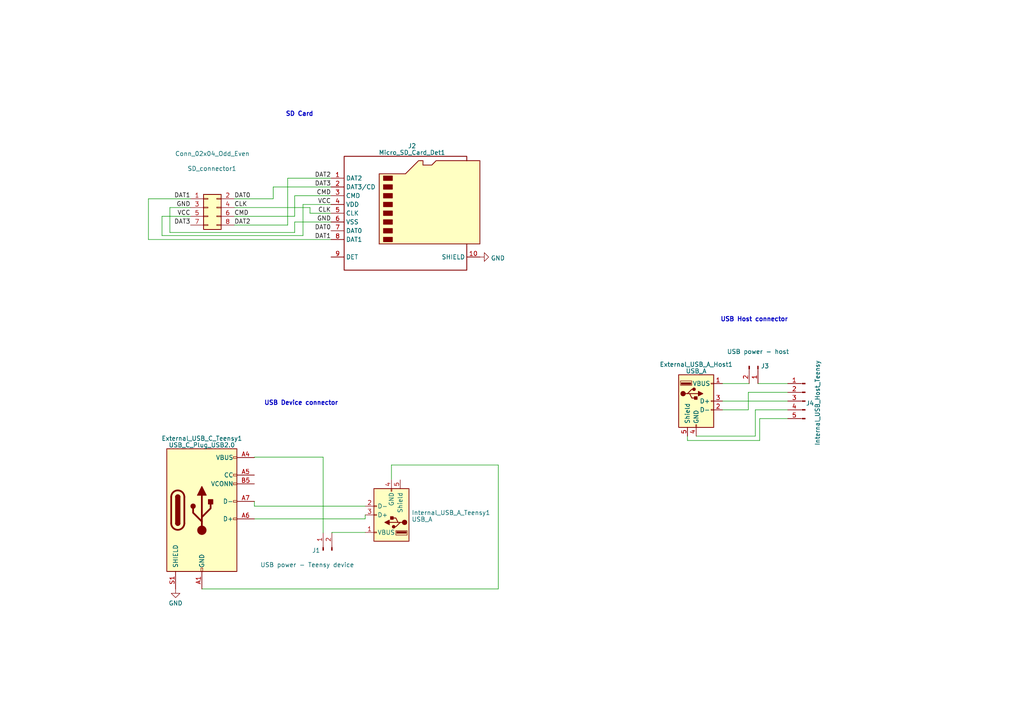
<source format=kicad_sch>
(kicad_sch (version 20230121) (generator eeschema)
  (paper "A4")
  (lib_symbols
    (symbol "Connector:Conn_01x02_Pin" (pin_names (offset 1.016) hide)
      (property "Reference" "J" (at 0 2.54 0))
      (property "Value" "Conn_01x02_Pin" (at 0 -5.08 0))
      (symbol "Conn_01x02_Pin_1_1"
        (polyline (pts (xy 1.27 -2.54) (xy 0.8636 -2.54)) (stroke (width 0.1524)))
        (polyline (pts (xy 1.27 0) (xy 0.8636 0)) (stroke (width 0.1524)))
        (rectangle (start 0.8636 -2.413) (end 0 -2.667) (stroke (width 0.1524)) (fill (type outline)))
        (rectangle (start 0.8636 0.127) (end 0 -0.127) (stroke (width 0.1524)) (fill (type outline)))
        (pin passive line (at 5.08 0 180) (length 3.81) (name "Pin_1") (number "1"))
        (pin passive line (at 5.08 -2.54 180) (length 3.81) (name "Pin_2") (number "2"))
      )
    )
    (symbol "Connector:Conn_01x05_Pin" (pin_names (offset 1.016) hide)
      (property "Reference" "J" (at 0 7.62 0))
      (property "Value" "Conn_01x05_Pin" (at 0 -7.62 0))
      (symbol "Conn_01x05_Pin_1_1"
        (polyline (pts (xy 1.27 -5.08) (xy 0.8636 -5.08)) (stroke (width 0.1524)))
        (polyline (pts (xy 1.27 -2.54) (xy 0.8636 -2.54)) (stroke (width 0.1524)))
        (polyline (pts (xy 1.27 0) (xy 0.8636 0)) (stroke (width 0.1524)))
        (polyline (pts (xy 1.27 2.54) (xy 0.8636 2.54)) (stroke (width 0.1524)))
        (polyline (pts (xy 1.27 5.08) (xy 0.8636 5.08)) (stroke (width 0.1524)))
        (rectangle (start 0.8636 -4.953) (end 0 -5.207) (stroke (width 0.1524)) (fill (type outline)))
        (rectangle (start 0.8636 -2.413) (end 0 -2.667) (stroke (width 0.1524)) (fill (type outline)))
        (rectangle (start 0.8636 0.127) (end 0 -0.127) (stroke (width 0.1524)) (fill (type outline)))
        (rectangle (start 0.8636 2.667) (end 0 2.413) (stroke (width 0.1524)) (fill (type outline)))
        (rectangle (start 0.8636 5.207) (end 0 4.953) (stroke (width 0.1524)) (fill (type outline)))
        (pin passive line (at 5.08 5.08 180) (length 3.81) (name "Pin_1") (number "1"))
        (pin passive line (at 5.08 2.54 180) (length 3.81) (name "Pin_2") (number "2"))
        (pin passive line (at 5.08 0 180) (length 3.81) (name "Pin_3") (number "3"))
        (pin passive line (at 5.08 -2.54 180) (length 3.81) (name "Pin_4") (number "4"))
        (pin passive line (at 5.08 -5.08 180) (length 3.81) (name "Pin_5") (number "5"))
      )
    )
    (symbol "Connector:Micro_SD_Card_Det1"
      (property "Reference" "J" (at -16.51 17.78 0))
      (property "Value" "Micro_SD_Card_Det1" (at 16.51 17.78 0))
      (symbol "Micro_SD_Card_Det1_0_1"
        (rectangle (start -7.62 -6.985) (end -5.08 -8.255) (stroke (width 0.254)) (fill (type outline)))
        (rectangle (start -7.62 -4.445) (end -5.08 -5.715) (stroke (width 0.254)) (fill (type outline)))
        (rectangle (start -7.62 -1.905) (end -5.08 -3.175) (stroke (width 0.254)) (fill (type outline)))
        (rectangle (start -7.62 0.635) (end -5.08 -0.635) (stroke (width 0.254)) (fill (type outline)))
        (rectangle (start -7.62 3.175) (end -5.08 1.905) (stroke (width 0.254)) (fill (type outline)))
        (rectangle (start -7.62 5.715) (end -5.08 4.445) (stroke (width 0.254)) (fill (type outline)))
        (rectangle (start -7.62 8.255) (end -5.08 6.985) (stroke (width 0.254)) (fill (type outline)))
        (rectangle (start -7.62 10.795) (end -5.08 9.525) (stroke (width 0.254)) (fill (type outline)))
        (polyline (pts (xy 16.51 15.24) (xy 16.51 16.51) (xy -19.05 16.51) (xy -19.05 -16.51) (xy 16.51 -16.51) (xy 16.51 -8.89)) (stroke (width 0.254)))
        (polyline (pts (xy -8.89 -8.89) (xy -8.89 11.43) (xy -1.27 11.43) (xy 2.54 15.24) (xy 3.81 15.24) (xy 3.81 13.97) (xy 6.35 13.97) (xy 7.62 15.24) (xy 20.32 15.24) (xy 20.32 -8.89) (xy -8.89 -8.89)) (stroke (width 0.254)) (fill (type background)))
      )
      (symbol "Micro_SD_Card_Det1_1_1"
        (pin bidirectional line (at -22.86 10.16 0) (length 3.81) (name "DAT2") (number "1"))
        (pin passive line (at 20.32 -12.7 180) (length 3.81) (name "SHIELD") (number "10"))
        (pin bidirectional line (at -22.86 7.62 0) (length 3.81) (name "DAT3/CD") (number "2"))
        (pin input line (at -22.86 5.08 0) (length 3.81) (name "CMD") (number "3"))
        (pin power_in line (at -22.86 2.54 0) (length 3.81) (name "VDD") (number "4"))
        (pin input line (at -22.86 0 0) (length 3.81) (name "CLK") (number "5"))
        (pin power_in line (at -22.86 -2.54 0) (length 3.81) (name "VSS") (number "6"))
        (pin bidirectional line (at -22.86 -5.08 0) (length 3.81) (name "DAT0") (number "7"))
        (pin bidirectional line (at -22.86 -7.62 0) (length 3.81) (name "DAT1") (number "8"))
        (pin passive line (at -22.86 -12.7 0) (length 3.81) (name "DET") (number "9"))
      )
    )
    (symbol "Connector:USB_A" (pin_names (offset 1.016))
      (property "Reference" "J" (at -5.08 11.43 0))
      (property "Value" "USB_A" (at -5.08 8.89 0))
      (symbol "USB_A_0_1"
        (rectangle (start -5.08 -7.62) (end 5.08 7.62) (stroke (width 0.254)) (fill (type background)))
        (circle (center -3.81 2.159) (radius 0.635) (stroke (width 0.254)) (fill (type outline)))
        (rectangle (start -1.524 4.826) (end -4.318 5.334) (fill (type outline)))
        (rectangle (start -1.27 4.572) (end -4.572 5.842))
        (circle (center -0.635 3.429) (radius 0.381) (stroke (width 0.254)) (fill (type outline)))
        (rectangle (start -0.127 -7.62) (end 0.127 -6.858))
        (polyline (pts (xy -3.175 2.159) (xy -2.54 2.159) (xy -1.27 3.429) (xy -0.635 3.429)) (stroke (width 0.254)))
        (polyline (pts (xy -2.54 2.159) (xy -1.905 2.159) (xy -1.27 0.889) (xy 0 0.889)) (stroke (width 0.254)))
        (polyline (pts (xy 0.635 2.794) (xy 0.635 1.524) (xy 1.905 2.159) (xy 0.635 2.794)) (stroke (width 0.254)) (fill (type outline)))
        (rectangle (start 0.254 1.27) (end -0.508 0.508) (stroke (width 0.254)) (fill (type outline)))
        (rectangle (start 5.08 -2.667) (end 4.318 -2.413))
        (rectangle (start 5.08 -0.127) (end 4.318 0.127))
        (rectangle (start 5.08 4.953) (end 4.318 5.207))
      )
      (symbol "USB_A_1_1"
        (polyline (pts (xy -1.905 2.159) (xy 0.635 2.159)) (stroke (width 0.254)))
        (pin power_in line (at 7.62 5.08 180) (length 2.54) (name "VBUS") (number "1"))
        (pin bidirectional line (at 7.62 -2.54 180) (length 2.54) (name "D-") (number "2"))
        (pin bidirectional line (at 7.62 0 180) (length 2.54) (name "D+") (number "3"))
        (pin power_in line (at 0 -10.16 90) (length 2.54) (name "GND") (number "4"))
        (pin passive line (at -2.54 -10.16 90) (length 2.54) (name "Shield") (number "5"))
      )
    )
    (symbol "Connector:USB_C_Plug_USB2.0" (pin_names (offset 1.016))
      (property "Reference" "P" (at -10.16 19.05 0))
      (property "Value" "USB_C_Plug_USB2.0" (at 12.7 19.05 0))
      (symbol "USB_C_Plug_USB2.0_0_0"
        (rectangle (start -0.254 -17.78) (end 0.254 -16.764))
        (rectangle (start 10.16 -2.286) (end 9.144 -2.794))
        (rectangle (start 10.16 2.794) (end 9.144 2.286))
        (rectangle (start 10.16 7.874) (end 9.144 7.366))
        (rectangle (start 10.16 10.414) (end 9.144 9.906))
        (rectangle (start 10.16 15.494) (end 9.144 14.986))
      )
      (symbol "USB_C_Plug_USB2.0_0_1"
        (rectangle (start -10.16 17.78) (end 10.16 -17.78) (stroke (width 0.254)) (fill (type background)))
        (arc (start -8.89 -3.81) (mid -6.985 -5.7067) (end -5.08 -3.81) (stroke (width 0.508)))
        (arc (start -7.62 -3.81) (mid -6.985 -4.4423) (end -6.35 -3.81) (stroke (width 0.254)))
        (arc (start -7.62 -3.81) (mid -6.985 -4.4423) (end -6.35 -3.81) (stroke (width 0.254)) (fill (type outline)))
        (rectangle (start -7.62 -3.81) (end -6.35 3.81) (stroke (width 0.254)) (fill (type outline)))
        (arc (start -6.35 3.81) (mid -6.985 4.4423) (end -7.62 3.81) (stroke (width 0.254)))
        (arc (start -6.35 3.81) (mid -6.985 4.4423) (end -7.62 3.81) (stroke (width 0.254)) (fill (type outline)))
        (arc (start -5.08 3.81) (mid -6.985 5.7067) (end -8.89 3.81) (stroke (width 0.508)))
        (circle (center -2.54 1.143) (radius 0.635) (stroke (width 0.254)) (fill (type outline)))
        (circle (center 0 -5.842) (radius 1.27) (fill (type outline)))
        (polyline (pts (xy -8.89 -3.81) (xy -8.89 3.81)) (stroke (width 0.508)))
        (polyline (pts (xy -5.08 3.81) (xy -5.08 -3.81)) (stroke (width 0.508)))
        (polyline (pts (xy 0 -5.842) (xy 0 4.318)) (stroke (width 0.508)))
        (polyline (pts (xy 0 -3.302) (xy -2.54 -0.762) (xy -2.54 0.508)) (stroke (width 0.508)))
        (polyline (pts (xy 0 -2.032) (xy 2.54 0.508) (xy 2.54 1.778)) (stroke (width 0.508)))
        (polyline (pts (xy -1.27 4.318) (xy 0 6.858) (xy 1.27 4.318) (xy -1.27 4.318)) (stroke (width 0.254)) (fill (type outline)))
        (rectangle (start 1.905 1.778) (end 3.175 3.048) (stroke (width 0.254)) (fill (type outline)))
      )
      (symbol "USB_C_Plug_USB2.0_1_1"
        (pin passive line (at 0 -22.86 90) (length 5.08) (name "GND") (number "A1"))
        (pin passive line (at 0 -22.86 90) (length 5.08) hide (name "GND") (number "A12"))
        (pin passive line (at 15.24 15.24 180) (length 5.08) (name "VBUS") (number "A4"))
        (pin bidirectional line (at 15.24 10.16 180) (length 5.08) (name "CC") (number "A5"))
        (pin bidirectional line (at 15.24 -2.54 180) (length 5.08) (name "D+") (number "A6"))
        (pin bidirectional line (at 15.24 2.54 180) (length 5.08) (name "D-") (number "A7"))
        (pin passive line (at 15.24 15.24 180) (length 5.08) hide (name "VBUS") (number "A9"))
        (pin passive line (at 0 -22.86 90) (length 5.08) hide (name "GND") (number "B1"))
        (pin passive line (at 0 -22.86 90) (length 5.08) hide (name "GND") (number "B12"))
        (pin passive line (at 15.24 15.24 180) (length 5.08) hide (name "VBUS") (number "B4"))
        (pin bidirectional line (at 15.24 7.62 180) (length 5.08) (name "VCONN") (number "B5"))
        (pin passive line (at 15.24 15.24 180) (length 5.08) hide (name "VBUS") (number "B9"))
        (pin passive line (at -7.62 -22.86 90) (length 5.08) (name "SHIELD") (number "S1"))
      )
    )
    (symbol "Connector_Generic:Conn_02x04_Odd_Even" (pin_names (offset 1.016) hide)
      (property "Reference" "J" (at 1.27 5.08 0))
      (property "Value" "Conn_02x04_Odd_Even" (at 1.27 -7.62 0))
      (symbol "Conn_02x04_Odd_Even_1_1"
        (rectangle (start -1.27 -4.953) (end 0 -5.207) (stroke (width 0.1524)))
        (rectangle (start -1.27 -2.413) (end 0 -2.667) (stroke (width 0.1524)))
        (rectangle (start -1.27 0.127) (end 0 -0.127) (stroke (width 0.1524)))
        (rectangle (start -1.27 2.667) (end 0 2.413) (stroke (width 0.1524)))
        (rectangle (start -1.27 3.81) (end 3.81 -6.35) (stroke (width 0.254)) (fill (type background)))
        (rectangle (start 3.81 -4.953) (end 2.54 -5.207) (stroke (width 0.1524)))
        (rectangle (start 3.81 -2.413) (end 2.54 -2.667) (stroke (width 0.1524)))
        (rectangle (start 3.81 0.127) (end 2.54 -0.127) (stroke (width 0.1524)))
        (rectangle (start 3.81 2.667) (end 2.54 2.413) (stroke (width 0.1524)))
        (pin passive line (at -5.08 2.54 0) (length 3.81) (name "Pin_1") (number "1"))
        (pin passive line (at 7.62 2.54 180) (length 3.81) (name "Pin_2") (number "2"))
        (pin passive line (at -5.08 0 0) (length 3.81) (name "Pin_3") (number "3"))
        (pin passive line (at 7.62 0 180) (length 3.81) (name "Pin_4") (number "4"))
        (pin passive line (at -5.08 -2.54 0) (length 3.81) (name "Pin_5") (number "5"))
        (pin passive line (at 7.62 -2.54 180) (length 3.81) (name "Pin_6") (number "6"))
        (pin passive line (at -5.08 -5.08 0) (length 3.81) (name "Pin_7") (number "7"))
        (pin passive line (at 7.62 -5.08 180) (length 3.81) (name "Pin_8") (number "8"))
      )
    )
    (symbol "PCM_4ms_Power-symbol:GND" (power) (pin_names (offset 0))
      (property "Value" "GND" (at 0 -3.81 0))
      (symbol "GND_0_1"
        (polyline (pts (xy 0 0) (xy 0 -1.27) (xy 1.27 -1.27) (xy 0 -2.54) (xy -1.27 -1.27) (xy 0 -1.27)))
      )
      (symbol "GND_1_1"
        (pin power_in line (at 0 0 270) (length 0) hide (name "GND") (number "1"))
      )
    )
  )
  (wire (pts (xy 144.526 134.874) (xy 144.526 170.815)))
  (wire (pts (xy 93.726 154.559) (xy 93.726 132.588)))
  (wire (pts (xy 219.075 126.492) (xy 201.93 126.492)))
  (wire (pts (xy 85.471 64.389) (xy 85.471 67.437)))
  (wire (pts (xy 105.918 146.812) (xy 73.787 146.812)))
  (wire (pts (xy 79.248 57.658) (xy 79.248 54.229)))
  (wire (pts (xy 85.471 62.738) (xy 85.471 56.769)))
  (wire (pts (xy 113.538 134.874) (xy 144.526 134.874)))
  (wire (pts (xy 85.471 67.437) (xy 49.276 67.437)))
  (wire (pts (xy 96.012 64.389) (xy 85.471 64.389)))
  (wire (pts (xy 209.55 116.332) (xy 228.473 116.332)))
  (wire (pts (xy 217.043 113.792) (xy 217.043 118.872)))
  (wire (pts (xy 105.918 154.432) (xy 96.266 154.432)))
  (wire (pts (xy 67.945 65.278) (xy 83.439 65.278)))
  (wire (pts (xy 87.884 68.326) (xy 87.884 59.309)))
  (wire (pts (xy 105.918 150.495) (xy 105.918 149.352)))
  (wire (pts (xy 144.526 170.815) (xy 58.547 170.815)))
  (wire (pts (xy 46.99 68.326) (xy 87.884 68.326)))
  (wire (pts (xy 87.884 59.309) (xy 96.012 59.309)))
  (wire (pts (xy 199.39 127.762) (xy 199.39 126.492)))
  (wire (pts (xy 209.55 111.252) (xy 217.297 111.252)))
  (wire (pts (xy 46.99 62.738) (xy 46.99 68.326)))
  (wire (pts (xy 43.053 57.658) (xy 43.053 69.469)))
  (wire (pts (xy 55.245 57.658) (xy 43.053 57.658)))
  (wire (pts (xy 219.837 111.252) (xy 228.473 111.252)))
  (wire (pts (xy 220.345 121.412) (xy 220.345 127.762)))
  (wire (pts (xy 85.471 56.769) (xy 96.012 56.769)))
  (wire (pts (xy 228.473 118.872) (xy 219.075 118.872)))
  (wire (pts (xy 73.787 132.588) (xy 73.787 132.715)))
  (wire (pts (xy 228.473 121.412) (xy 220.345 121.412)))
  (wire (pts (xy 79.248 54.229) (xy 96.012 54.229)))
  (wire (pts (xy 93.726 132.588) (xy 73.787 132.588)))
  (wire (pts (xy 83.439 65.278) (xy 83.439 51.689)))
  (wire (pts (xy 89.916 60.198) (xy 89.916 61.849)))
  (wire (pts (xy 67.945 57.658) (xy 79.248 57.658)))
  (wire (pts (xy 73.787 150.495) (xy 105.918 150.495)))
  (wire (pts (xy 228.473 113.792) (xy 217.043 113.792)))
  (wire (pts (xy 67.945 60.198) (xy 89.916 60.198)))
  (wire (pts (xy 89.916 61.849) (xy 96.012 61.849)))
  (wire (pts (xy 219.075 118.872) (xy 219.075 126.492)))
  (wire (pts (xy 220.345 127.762) (xy 199.39 127.762)))
  (wire (pts (xy 73.787 146.812) (xy 73.787 145.415)))
  (wire (pts (xy 43.053 69.469) (xy 96.012 69.469)))
  (wire (pts (xy 49.276 60.198) (xy 55.245 60.198)))
  (wire (pts (xy 83.439 51.689) (xy 96.012 51.689)))
  (wire (pts (xy 113.538 139.065) (xy 113.538 134.874)))
  (wire (pts (xy 49.276 67.437) (xy 49.276 60.198)))
  (wire (pts (xy 67.945 62.738) (xy 85.471 62.738)))
  (wire (pts (xy 217.043 118.872) (xy 209.55 118.872)))
  (wire (pts (xy 55.245 62.738) (xy 46.99 62.738)))
  (wire (pts (xy 96.266 154.432) (xy 96.266 154.559)))
  (text "USB Host connector" (at 208.915 93.472 0) (effects (font (size 1.27 1.27) (thickness 0.254) bold) (justify left bottom)))
  (text "SD Card" (at 82.804 33.909 0) (effects (font (size 1.27 1.27) (thickness 0.254) bold) (justify left bottom)))
  (text "USB Device connector" (at 76.581 117.729 0) (effects (font (size 1.27 1.27) (thickness 0.254) bold) (justify left bottom)))
  (label "CLK" (at 67.945 60.198 0))
  (label "DAT1" (at 55.245 57.658 180))
  (label "DAT3" (at 55.245 65.278 180))
  (label "DAT1" (at 96.012 69.469 180))
  (label "DAT2" (at 96.012 51.689 180))
  (label "VCC" (at 96.012 59.309 180))
  (label "VCC" (at 55.245 62.738 180))
  (label "GND" (at 55.245 60.198 180))
  (label "CMD" (at 96.012 56.769 180))
  (label "DAT0" (at 67.945 57.658 0))
  (label "CLK" (at 96.012 61.849 180))
  (label "GND" (at 96.012 64.389 180))
  (label "DAT2" (at 67.945 65.278 0))
  (label "DAT0" (at 96.012 66.929 180))
  (label "CMD" (at 67.945 62.738 0))
  (label "DAT3" (at 96.012 54.229 180))
  (symbol (lib_id "Connector:Micro_SD_Card_Det1") (at 118.872 61.849 0) (unit 1)
    (property "Reference" "J2" (at 119.507 42.3291 0))
    (property "Value" "Micro_SD_Card_Det1" (at 119.507 44.2501 0))
    (property "Footprint" "footprints:PJS008U-3000-0" (effects hide))
    (property "Datasheet" "https://datasheet.lcsc.com/lcsc/2110151630_XKB-Connectivity-XKTF-015-N_C381082.pdf" (effects hide))
  )
  (symbol (lib_id "Connector_Generic:Conn_02x04_Odd_Even") (at 60.325 60.198 0) (unit 1)
    (property "Reference" "SD_connector1" (at 61.468 48.895 0))
    (property "Value" "Conn_02x04_Odd_Even" (at 61.595 44.577 0))
  )
  (symbol (lib_id "Connector:Conn_01x02_Pin") (at 93.726 159.639 90) (unit 1)
    (property "Reference" "J1" (at 92.8878 159.6477 90) (effects (justify left)))
    (property "Value" "USB power - Teensy device" (at 102.743 163.83 90) (effects (justify left)))
  )
  (symbol (lib_id "Connector:Conn_01x02_Pin") (at 219.837 106.172 270) (unit 1)
    (property "Reference" "J3" (at 220.6752 106.1633 90) (effects (justify left)))
    (property "Value" "USB power - host" (at 210.82 101.981 90) (effects (justify left)))
  )
  (symbol (lib_id "Connector:Conn_01x05_Pin") (at 233.553 116.332 0) (mirror y) (unit 1)
    (property "Reference" "J4" (at 234.95 116.967 0))
    (property "Value" "Internal_USB_Host_Teensy" (at 237.109 116.84 90))
  )
  (symbol (lib_id "Connector:USB_A") (at 113.538 149.352 180) (unit 1)
    (property "Reference" "Internal_USB_A_Teensy1" (at 119.38 148.7083 0) (effects (justify right)))
    (property "Value" "USB_A" (at 119.38 150.6293 0) (effects (justify right)))
    (property "Datasheet" " ~" (effects hide))
  )
  (symbol (lib_id "PCM_4ms_Power-symbol:GND") (at 139.192 74.549 90) (unit 1)
    (property "Reference" "#PWR02" (effects hide))
    (property "Value" "GND" (at 142.367 74.8658 90) (effects (justify right)))
  )
  (symbol (lib_id "PCM_4ms_Power-symbol:GND") (at 50.927 170.815 0) (unit 1)
    (property "Reference" "#PWR01" (effects hide))
    (property "Value" "GND" (at 50.927 174.9505 0))
  )
  (symbol (lib_id "Connector:USB_A") (at 201.93 116.332 0) (unit 1)
    (property "Reference" "External_USB_A_Host1" (at 201.93 105.7021 0))
    (property "Value" "USB_A" (at 201.93 107.6231 0))
    (property "Datasheet" " ~" (effects hide))
  )
  (symbol (lib_id "Connector:USB_C_Plug_USB2.0") (at 58.547 147.955 0) (unit 1)
    (property "Reference" "External_USB_C_Teensy1" (at 58.547 127.1651 0))
    (property "Value" "USB_C_Plug_USB2.0" (at 58.547 129.0861 0))
    (property "Datasheet" "https://www.usb.org/sites/default/files/documents/usb_type-c.zip" (effects hide))
  )
)
</source>
